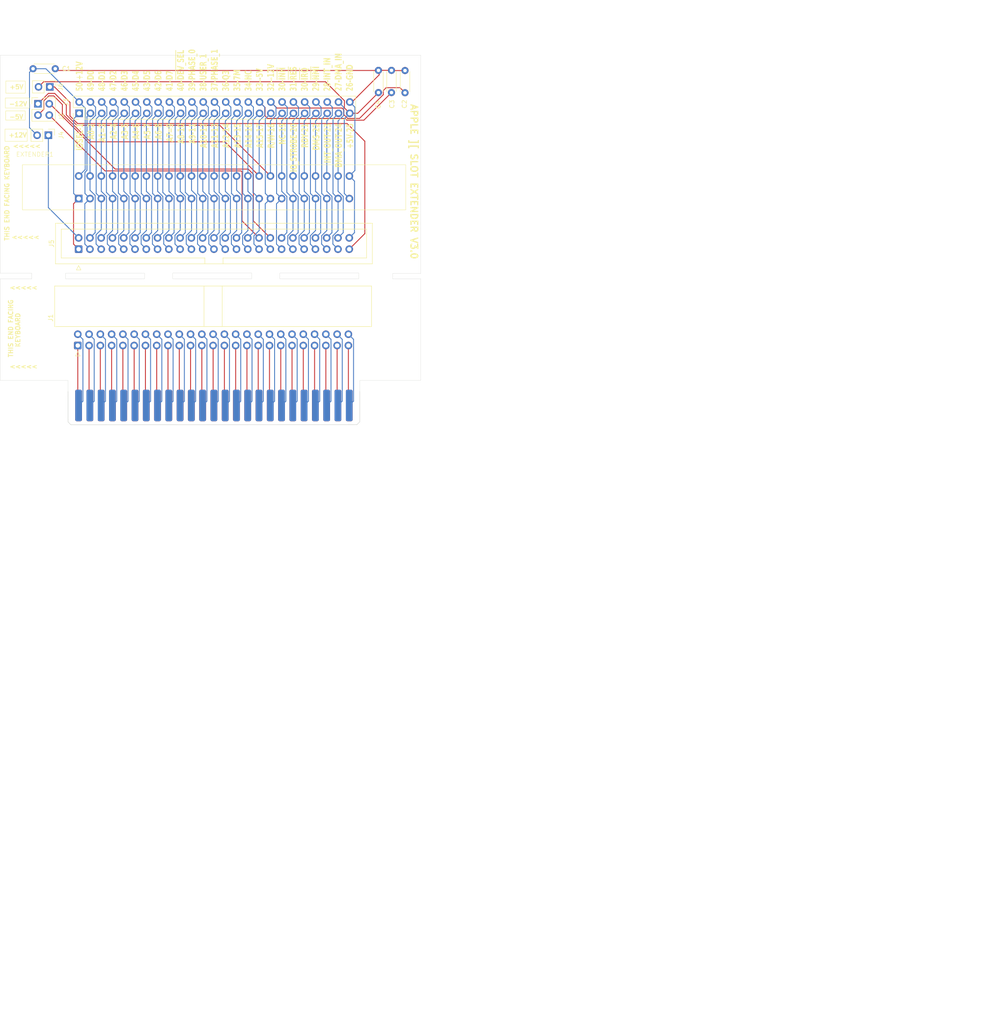
<source format=kicad_pcb>
(kicad_pcb (version 20241229) (generator "pcbnew") (generator_version "9.0")
  (layers (0 "F.Cu" signal) (2 "B.Cu" signal) (13 "F.Paste" user) (15 "B.Paste" user) (5 "F.SilkS" user "F.Silkscreen") (7 "B.SilkS" user "B.Silkscreen") (1 "F.Mask" user) (3 "B.Mask" user) (25 "Edge.Cuts" user))
  (net 0 "")
  (net 1 "~{DEVICE_SELECT}")
  (net 2 "~{RES}")
  (net 3 "A8")
  (net 4 "D5")
  (net 5 "INT_OUT")
  (net 6 "GND")
  (net 7 "~{INH}")
  (net 8 "7M")
  (net 9 "A7")
  (net 10 "A12")
  (net 11 "~{IRQ}")
  (net 12 "-5V")
  (net 13 "+5V")
  (net 14 "PHASE_0")
  (net 15 "A5")
  (net 16 "IO_STROBE")
  (net 17 "R{slash}W")
  (net 18 "Net-(J4-Pin_1)")
  (net 19 "D6")
  (net 20 "Net-(J5-Pin_49)")
  (net 21 "Net-(J2-Pin_2)")
  (net 22 "A2")
  (net 23 "E_A3")
  (net 24 "Net-(J2-Pin_4)")
  (net 25 "~{E_RES}")
  (net 26 "INT_IN")
  (net 27 "D2")
  (net 28 "NC")
  (net 29 "D1")
  (net 30 "A4")
  (net 31 "D7")
  (net 32 "D0")
  (net 33 "A9")
  (net 34 "A13")
  (net 35 "D4")
  (net 36 "-12V")
  (net 37 "A0")
  (net 38 "D3")
  (net 39 "A14")
  (net 40 "A15")
  (net 41 "A1")
  (net 42 "E_D6")
  (net 43 "~{E_DEVICE_SELECT}")
  (net 44 "E_IO_STROBE")
  (net 45 "E_PHASE_1")
  (net 46 "E_+5V")
  (net 47 "E_A10")
  (net 48 "E_A6")
  (net 49 "E_A11")
  (net 50 "E_NC1")
  (net 51 "E_DMA_IN")
  (net 52 "E_A15")
  (net 53 "E_GND")
  (net 54 "E_PHASE_0")
  (net 55 "E_A7")
  (net 56 "E_R{slash}W")
  (net 57 "E_D0")
  (net 58 "E_Q3")
  (net 59 "E_D2")
  (net 60 "E_DMA")
  (net 61 "E_7M")
  (net 62 "A6")
  (net 63 "DMA_OUT")
  (net 64 "Q3")
  (net 65 "+12V")
  (net 66 "~{NMI}")
  (net 67 "RDY")
  (net 68 "NC1")
  (net 69 "E_A0")
  (net 70 "E_A12")
  (net 71 "E_A5")
  (net 72 "~{E_IOSEL}")
  (net 73 "E_DMA_OUT")
  (net 74 "E_A9")
  (net 75 "E_A1")
  (net 76 "E_D7")
  (net 77 "E_-5V")
  (net 78 "E_RDY")
  (net 79 "E_INT_OUT")
  (net 80 "E_A13")
  (net 81 "E_D1")
  (net 82 "E_D3")
  (net 83 "E_A8")
  (net 84 "E_A4")
  (net 85 "~{E_IRQ}")
  (net 86 "E_D4")
  (net 87 "~{E_INH}")
  (net 88 "E_+12V")
  (net 89 "E_USER_1")
  (net 90 "E_NC")
  (net 91 "E_A14")
  (net 92 "~{E_NMI}")
  (net 93 "E_D5")
  (net 94 "E_-12V")
  (net 95 "E_INT_IN")
  (net 96 "E_A2")
  (net 97 "PHASE_1")
  (net 98 "DMA_IN")
  (net 99 "DMA")
  (net 100 "A11")
  (net 101 "USER_1")
  (net 102 "A10")
  (net 103 "A3")
  (net 104 "~{IOSEL}")
  (footprint "Capacitor_THT:C_Disc_D4.3mm_W1.9mm_P5.00mm" (layer "F.Cu") (at 109.801 67.0522 180)
    (property "Reference" "C1")
    (property "Value" "100nF")
  )
  (footprint "Capacitor_THT:C_Disc_D4.3mm_W1.9mm_P5.00mm" (layer "F.Cu") (at 182.606 67.4222 -90)
    (property "Reference" "C4")
    (property "Value" "100nF")
  )
  (footprint "V3_Library:BUS_6502_v1" (layer "F.Cu") (at 115.097 96.2932)
    (property "Reference" "EXTENDER1")
    (property "Value" "6502" (hide yes))
  )
  (footprint "Connector_PinHeader_2.54mm:PinHeader_1x02_P2.54mm_Vertical" (layer "F.Cu") (at 108.253 82.0372 -90)
    (property "Reference" "J4")
    (property "Value" "Conn_01x02_Pin")
  )
  (footprint "Connector_PinHeader_2.54mm:PinHeader_2x02_P2.54mm_Vertical" (layer "F.Cu") (at 105.909 74.9582)
    (property "Reference" "J2")
    (property "Value" "Conn_02x02_Odd_Even")
  )
  (footprint "Capacitor_THT:C_Disc_D4.3mm_W1.9mm_P5.00mm" (layer "F.Cu") (at 185.542 67.4222 -90)
    (property "Reference" "C3")
    (property "Value" "100nF")
  )
  (footprint "V3_Library:AppleIIBus_Edge_65.70" (layer "F.Cu") (at 145.538 142.8902)
    (property "Reference" "BUS1")
    (property "Value" "6502")
    (fp_line (start -32.85 3.7025) (end -32.8675 -3.1555) (stroke (width 0.1)) (layer "Edge.Cuts"))
    (fp_line (start -32.2325 4.3375) (end -32.85 3.7025) (stroke (width 0.1)) (layer "Edge.Cuts"))
    (fp_line (start 32.2325 4.3075) (end -32.2325 4.3375) (stroke (width 0.1)) (layer "Edge.Cuts"))
    (fp_line (start 32.2325 4.3075) (end 32.8675 3.6725) (stroke (width 0.1)) (layer "Edge.Cuts"))
    (fp_line (start 32.86 -3.179) (end 32.86 3.679) (stroke (width 0.1)) (layer "Edge.Cuts"))
  )
  (footprint "Connector_PinHeader_2.54mm:PinHeader_1x02_P2.54mm_Vertical" (layer "F.Cu") (at 108.576 71.1392 -90)
    (property "Reference" "J6")
    (property "Value" "Conn_01x02_Pin")
  )
  (footprint "Capacitor_THT:C_Disc_D4.3mm_W1.9mm_P5.00mm" (layer "F.Cu") (at 188.59 67.4622 -90)
    (property "Reference" "C2")
    (property "Value" "100nF")
  )
  (footprint "V3_Library:PinSocket_2x25_P2.54mm_Vertical" (layer "F.Cu") (at 115.187 73.7112 90)
    (property "Reference" "J3")
    (property "Value" "Conn_02x25_Odd_Even")
  )
  (footprint "Connector_IDC:IDC-Header_2x25_P2.54mm_Horizontal" (layer "F.Cu") (at 114.8792 129.3836 90)
    (property "Reference" "J1")
    (property "Value" "Conn_02x25_Odd_Even")
  )
  (footprint "Connector_IDC:IDC-Header_2x25_P2.54mm_Vertical" (layer "F.Cu") (at 115.068 107.6912 90)
    (property "Reference" "J5")
    (property "Value" "Conn_02x25_Odd_Even")
  )
  (gr_line (start 178.398 139.7112) (end 178.407412 137.2322) (stroke (width 0.05)) (layer "Edge.Cuts"))
  (gr_line (start 104.516 113.1022) (end 97.404 113.1022) (stroke (width 0.05)) (layer "Edge.Cuts"))
  (gr_line (start 104.516 114.3722) (end 104.516 113.1022) (stroke (width 0.05)) (layer "Edge.Cuts"))
  (gr_line (start 112.667003 139.7347) (end 112.659932 137.232133) (stroke (width 0.05)) (layer "Edge.Cuts"))
  (gr_line (start 185.796 114.3722) (end 192.146 114.3722) (stroke (width 0.05)) (layer "Edge.Cuts"))
  (gr_rect (start 160.396 113.0768) (end 178.176 114.3722) (stroke (width 0.05)) (fill no) (layer "Edge.Cuts"))
  (gr_line (start 178.407412 137.2322) (end 192.146 137.2322) (stroke (width 0.05)) (layer "Edge.Cuts"))
  (gr_line (start 192.148 114.3722) (end 192.146 137.2322) (stroke (width 0.05)) (layer "Edge.Cuts"))
  (gr_line (start 112.659932 137.232133) (end 97.404 137.2322) (stroke (width 0.05)) (layer "Edge.Cuts"))
  (gr_line (start 97.404 64.004) (end 192.146 64.004) (stroke (width 0.05)) (layer "Edge.Cuts"))
  (gr_rect (start 136.266 113.0768) (end 154.046 114.3722) (stroke (width 0.05)) (fill no) (layer "Edge.Cuts"))
  (gr_line (start 185.796 113.1784) (end 185.796 114.3722) (stroke (width 0.05)) (layer "Edge.Cuts"))
  (gr_line (start 97.404 137.2322) (end 97.404 114.3722) (stroke (width 0.05)) (layer "Edge.Cuts"))
  (gr_rect (start 112.136 113.1022) (end 129.916 114.3722) (stroke (width 0.05)) (fill no) (layer "Edge.Cuts"))
  (gr_line (start 192.146 64.004) (end 192.146 113.1784) (stroke (width 0.05)) (layer "Edge.Cuts"))
  (gr_line (start 97.404 113.1022) (end 97.404 64.004) (stroke (width 0.05)) (layer "Edge.Cuts"))
  (gr_line (start 97.404 114.3722) (end 104.516 114.3722) (stroke (width 0.05)) (layer "Edge.Cuts"))
  (gr_line (start 192.146 113.1784) (end 185.796 113.1784) (stroke (width 0.05)) (layer "Edge.Cuts"))
  (gr_text "APPLE ][ SLOT EXTENDER V3.0" (at 191.5 110.1062 270) (layer "F.SilkS") (effects (font (size 1.5 1.5) (thickness 0.3) (bold yes)) (justify right top)))
  (gr_text "~{IOSEL}-1\nA0-2\nA1=3\nA2-4\nA3-5\nA4-6\nA5-7\nA6-8\nA7=9\nA8-10\nA9-11\nA10-12\nA11-13\nA12-14\nA13-15\nA14-16\nA15-17\nR/W-18\nNC-19\nIO_STR0BE-20\nRDY-21\nDMS-22\nINT_OUT-23\nDMA_OUT-24\n+5V-25" (at 177.177 79.3662 90) (layer "F.SilkS") (effects (font (size 1.51 1) (thickness 0.125) (bold yes)) (justify right bottom)))
  (gr_text "<<<<<" (at 99.881 105.5552 0) (layer "F.SilkS") (effects (font (size 1 1) (thickness 0.2) (bold yes)) (justify left bottom)))
  (gr_text "THIS END FACING KEYBOARD" (at 99.52 105.9092 90) (layer "F.SilkS") (effects (font (size 1 1) (thickness 0.2) (bold yes)) (justify left bottom)))
  (gr_text "THIS END FACING\n   KEYBOARD" (at 101.976 132.1522 90) (layer "F.SilkS") (effects (font (size 1 1) (thickness 0.2) (bold yes)) (justify left bottom)))
  (gr_text "<<<<<" (at 99.436 116.9122 0) (layer "F.SilkS") (effects (font (size 1 1) (thickness 0.2) (bold yes)) (justify left bottom)))
  (gr_text "<<<<<" (at 99.436 134.6922 0) (layer "F.SilkS") (effects (font (size 1 1) (thickness 0.2) (bold yes)) (justify left bottom)))
  (gr_text "50-+12V\n49-D0\n48-D1\n47-D2\n46-D3\n45-D4\n43-D5\n42-D6\n41-D7\n40-~{DEV_SEL}\n39-PHASE_0\n38-USER_1\n37-PHASE_1\n36-Q3\n35-7M\n34-NC\n33--5V\n32--12V\n30-~{INH}\n31-~{RES}\n30-~{IRQ}\n29-~{NMI}\n28-INT_IN\n27-DMA_IN\n26-GND" (at 177.098 72.1162 90) (layer "F.SilkS") (effects (font (size 1.51 1) (thickness 0.175) (bold yes)) (justify left bottom)))
  (gr_text "<<<<<" (at 100.162 85.0412 0) (layer "F.SilkS") (effects (font (size 1 1) (thickness 0.2) (bold yes)) (justify left bottom)))
  (gr_text_box "+12V" (start 98.4731 80.6656) (end 103.4769 83.4088) (margins 0.8 0.8 0.8 0.8) (layer "F.SilkS") (effects (font (size 1 1) (thickness 0.2) (bold yes)) (justify left top)) (border yes) (stroke (width 0.1)))
  (gr_text_box "+5V" (start 98.6715 69.8289) (end 103.0403 72.5721) (margins 0.8 0.8 0.8 0.8) (layer "F.SilkS") (effects (font (size 1 1) (thickness 0.2) (bold yes)) (justify left top)) (border yes) (stroke (width 0.1)))
  (gr_text_box "-5V" (start 98.6359 76.5556) (end 103.0301 78.6208) (margins 0.8 0.8 0.8 0.8) (layer "F.SilkS") (effects (font (size 1 1) (thickness 0.2) (bold yes)) (justify left top)) (border yes) (stroke (width 0.1)))
  (gr_text_box "-12V" (start 98.5576 73.6431) (end 103.9424 75.9093) (margins 0.8 0.8 0.8 0.8) (layer "F.SilkS") (effects (font (size 1 1) (thickness 0.2) (bold yes)) (justify left top)) (border yes) (stroke (width 0.1)))
  (segment (start 138.8902 141.918) (end 137.918 142.8902) (width 0.2) (layer "B.Cu") (net 1))
  (segment (start 137.7392 126.8436) (end 138.8902 127.9946) (width 0.2) (layer "B.Cu") (net 1))
  (segment (start 138.8902 127.9946) (end 138.8902 141.918) (width 0.2) (layer "B.Cu") (net 1))
  (segment (start 164.2902 127.9946) (end 164.2902 141.918) (width 0.2) (layer "B.Cu") (net 2))
  (segment (start 163.1392 126.8436) (end 164.2902 127.9946) (width 0.2) (layer "B.Cu") (net 2))
  (segment (start 164.2902 141.918) (end 163.318 142.8902) (width 0.2) (layer "B.Cu") (net 2))
  (segment (start 137.7392 142.7114) (end 137.918 142.8902) (width 0.2) (layer "F.Cu") (net 3))
  (segment (start 137.7392 129.3836) (end 137.7392 142.7114) (width 0.2) (layer "F.Cu") (net 3))
  (segment (start 130.1192 126.8436) (end 131.2702 127.9946) (width 0.2) (layer "B.Cu") (net 4))
  (segment (start 131.2702 127.9946) (end 131.2702 141.918) (width 0.2) (layer "B.Cu") (net 4))
  (segment (start 131.2702 141.918) (end 130.298 142.8902) (width 0.2) (layer "B.Cu") (net 4))
  (segment (start 170.7592 129.3836) (end 170.7592 142.7114) (width 0.2) (layer "F.Cu") (net 5))
  (segment (start 170.7592 142.7114) (end 170.938 142.8902) (width 0.2) (layer "F.Cu") (net 5))
  (segment (start 175.8392 126.8436) (end 176.9902 127.9946) (width 0.2) (layer "B.Cu") (net 6))
  (segment (start 176.9902 127.9946) (end 176.9902 141.918) (width 0.2) (layer "B.Cu") (net 6))
  (segment (start 176.9902 141.918) (end 176.018 142.8902) (width 0.2) (layer "B.Cu") (net 6))
  (segment (start 161.7502 127.9946) (end 161.7502 141.918) (width 0.2) (layer "B.Cu") (net 7))
  (segment (start 160.5992 126.8436) (end 161.7502 127.9946) (width 0.2) (layer "B.Cu") (net 7))
  (segment (start 161.7502 141.918) (end 160.778 142.8902) (width 0.2) (layer "B.Cu") (net 7))
  (segment (start 150.4392 126.8436) (end 151.5902 127.9946) (width 0.2) (layer "B.Cu") (net 8))
  (segment (start 151.5902 141.918) (end 150.618 142.8902) (width 0.2) (layer "B.Cu") (net 8))
  (segment (start 151.5902 127.9946) (end 151.5902 141.918) (width 0.2) (layer "B.Cu") (net 8))
  (segment (start 135.1992 142.7114) (end 135.378 142.8902) (width 0.2) (layer "F.Cu") (net 9))
  (segment (start 135.1992 129.3836) (end 135.1992 142.7114) (width 0.2) (layer "F.Cu") (net 9))
  (segment (start 147.8992 142.7114) (end 148.078 142.8902) (width 0.2) (layer "F.Cu") (net 10))
  (segment (start 147.8992 129.3836) (end 147.8992 142.7114) (width 0.2) (layer "F.Cu") (net 10))
  (segment (start 166.8302 127.9946) (end 166.8302 141.918) (width 0.2) (layer "B.Cu") (net 11))
  (segment (start 166.8302 141.918) (end 165.858 142.8902) (width 0.2) (layer "B.Cu") (net 11))
  (segment (start 165.6792 126.8436) (end 166.8302 127.9946) (width 0.2) (layer "B.Cu") (net 11))
  (segment (start 156.6702 127.9946) (end 156.6702 141.918) (width 0.2) (layer "B.Cu") (net 12))
  (segment (start 156.6702 141.918) (end 155.698 142.8902) (width 0.2) (layer "B.Cu") (net 12))
  (segment (start 155.5192 126.8436) (end 156.6702 127.9946) (width 0.2) (layer "B.Cu") (net 12))
  (segment (start 175.8392 142.7114) (end 176.018 142.8902) (width 0.2) (layer "F.Cu") (net 13))
  (segment (start 175.8392 129.3836) (end 175.8392 142.7114) (width 0.2) (layer "F.Cu") (net 13))
  (segment (start 141.4302 127.9946) (end 141.4302 141.918) (width 0.2) (layer "B.Cu") (net 14))
  (segment (start 140.2792 126.8436) (end 141.4302 127.9946) (width 0.2) (layer "B.Cu") (net 14))
  (segment (start 141.4302 141.918) (end 140.458 142.8902) (width 0.2) (layer "B.Cu") (net 14))
  (segment (start 130.1192 129.3836) (end 130.1192 142.7114) (width 0.2) (layer "F.Cu") (net 15))
  (segment (start 130.1192 142.7114) (end 130.298 142.8902) (width 0.2) (layer "F.Cu") (net 15))
  (segment (start 163.1392 129.3836) (end 163.1392 142.7114) (width 0.2) (layer "F.Cu") (net 16))
  (segment (start 163.1392 142.7114) (end 163.318 142.8902) (width 0.2) (layer "F.Cu") (net 16))
  (segment (start 158.0592 129.3836) (end 158.0592 142.7114) (width 0.2) (layer "F.Cu") (net 17))
  (segment (start 158.0592 142.7114) (end 158.238 142.8902) (width 0.2) (layer "F.Cu") (net 17))
  (segment (start 108.253 98.3362) (end 115.068 105.1512) (width 0.2) (layer "B.Cu") (net 18))
  (segment (start 108.253 82.0372) (end 108.253 98.3362) (width 0.2) (layer "B.Cu") (net 18))
  (segment (start 133.8102 141.918) (end 132.838 142.8902) (width 0.2) (layer "B.Cu") (net 19))
  (segment (start 133.8102 127.9946) (end 133.8102 141.918) (width 0.2) (layer "B.Cu") (net 19))
  (segment (start 132.6592 126.8436) (end 133.8102 127.9946) (width 0.2) (layer "B.Cu") (net 19))
  (segment (start 113.12 74.6332) (end 113.12 77.6932) (width 0.2) (layer "F.Cu") (net 20))
  (segment (start 109.626 71.1392) (end 113.12 74.6332) (width 0.2) (layer "F.Cu") (net 20))
  (segment (start 175.543 79.3972) (end 179.532 83.3862) (width 0.2) (layer "F.Cu") (net 20))
  (segment (start 179.532 104.1872) (end 176.028 107.6912) (width 0.2) (layer "F.Cu") (net 20))
  (segment (start 113.12 77.6932) (end 114.824 79.3972) (width 0.2) (layer "F.Cu") (net 20))
  (segment (start 114.824 79.3972) (end 175.543 79.3972) (width 0.2) (layer "F.Cu") (net 20))
  (segment (start 179.532 83.3862) (end 179.532 104.1872) (width 0.2) (layer "F.Cu") (net 20))
  (segment (start 108.576 71.1392) (end 109.626 71.1392) (width 0.2) (layer "F.Cu") (net 20))
  (segment (start 153.27376 89.6622) (end 154.422 90.81044) (width 0.2) (layer "F.Cu") (net 21))
  (segment (start 123.303 89.6622) (end 153.27376 89.6622) (width 0.2) (layer "F.Cu") (net 21))
  (segment (start 108.449 74.9582) (end 108.599 74.9582) (width 0.2) (layer "F.Cu") (net 21))
  (segment (start 108.599 74.9582) (end 123.303 89.6622) (width 0.2) (layer "F.Cu") (net 21))
  (segment (start 154.422 101.3252) (end 158.248 105.1512) (width 0.2) (layer "F.Cu") (net 21))
  (segment (start 154.422 90.81044) (end 154.422 101.3252) (width 0.2) (layer "F.Cu") (net 21))
  (segment (start 122.4992 129.3836) (end 122.4992 142.7114) (width 0.2) (layer "F.Cu") (net 22))
  (segment (start 122.4992 142.7114) (end 122.678 142.8902) (width 0.2) (layer "F.Cu") (net 22))
  (segment (start 125.347 77.0912) (end 124.015 78.4232) (width 0.2) (layer "B.Cu") (net 23))
  (segment (start 124.077 104.67444) (end 124.077 106.5402) (width 0.2) (layer "B.Cu") (net 23))
  (segment (start 124.015 78.4232) (end 124.015 95.0512) (width 0.2) (layer "B.Cu") (net 23))
  (segment (start 124.077 106.5402) (end 125.228 107.6912) (width 0.2) (layer "B.Cu") (net 23))
  (segment (start 125.257 103.49444) (end 124.077 104.67444) (width 0.2) (layer "B.Cu") (net 23))
  (segment (start 125.257 96.2932) (end 125.257 103.49444) (width 0.2) (layer "B.Cu") (net 23))
  (segment (start 124.015 95.0512) (end 125.257 96.2932) (width 0.2) (layer "B.Cu") (net 23))
  (segment (start 151.883 101.3262) (end 155.708 105.1512) (width 0.2) (layer "F.Cu") (net 24))
  (segment (start 151.883 90.2632) (end 151.883 101.3262) (width 0.2) (layer "F.Cu") (net 24))
  (segment (start 151.682 90.0622) (end 151.883 90.2632) (width 0.2) (layer "F.Cu") (net 24))
  (segment (start 121.013 90.0622) (end 151.682 90.0622) (width 0.2) (layer "F.Cu") (net 24))
  (segment (start 108.449 77.4982) (end 121.013 90.0622) (width 0.2) (layer "F.Cu") (net 24))
  (segment (start 163.357 78.80896) (end 164.598 77.56796) (width 0.2) (layer "B.Cu") (net 25))
  (segment (start 163.357 91.2132) (end 163.357 94.66544) (width 0.2) (layer "B.Cu") (net 25))
  (segment (start 163.357 94.66544) (end 164.508 95.81644) (width 0.2) (layer "B.Cu") (net 25))
  (segment (start 164.508 95.81644) (end 164.508 103.9712) (width 0.2) (layer "B.Cu") (net 25))
  (segment (start 164.508 103.9712) (end 163.328 105.1512) (width 0.2) (layer "B.Cu") (net 25))
  (segment (start 164.598 75.7022) (end 163.447 74.5512) (width 0.2) (layer "B.Cu") (net 25))
  (segment (start 164.598 77.56796) (end 164.598 75.7022) (width 0.2) (layer "B.Cu") (net 25))
  (segment (start 163.357 91.2132) (end 163.357 78.80896) (width 0.2) (layer "B.Cu") (net 25))
  (segment (start 171.9102 127.9946) (end 171.9102 141.918) (width 0.2) (layer "B.Cu") (net 26))
  (segment (start 170.7592 126.8436) (end 171.9102 127.9946) (width 0.2) (layer "B.Cu") (net 26))
  (segment (start 171.9102 141.918) (end 170.938 142.8902) (width 0.2) (layer "B.Cu") (net 26))
  (segment (start 123.6502 141.918) (end 122.678 142.8902) (width 0.2) (layer "B.Cu") (net 27))
  (segment (start 123.6502 127.9946) (end 123.6502 141.918) (width 0.2) (layer "B.Cu") (net 27))
  (segment (start 122.4992 126.8436) (end 123.6502 127.9946) (width 0.2) (layer "B.Cu") (net 27))
  (segment (start 160.5992 142.7114) (end 160.778 142.8902) (width 0.2) (layer "F.Cu") (net 28))
  (segment (start 160.5992 129.3836) (end 160.5992 142.7114) (width 0.2) (layer "F.Cu") (net 28))
  (segment (start 119.9592 126.8436) (end 121.1102 127.9946) (width 0.2) (layer "B.Cu") (net 29))
  (segment (start 121.1102 141.918) (end 120.138 142.8902) (width 0.2) (layer "B.Cu") (net 29))
  (segment (start 121.1102 127.9946) (end 121.1102 141.918) (width 0.2) (layer "B.Cu") (net 29))
  (segment (start 127.5792 129.3836) (end 127.5792 142.7114) (width 0.2) (layer "F.Cu") (net 30))
  (segment (start 127.5792 142.7114) (end 127.758 142.8902) (width 0.2) (layer "F.Cu") (net 30))
  (segment (start 136.3502 141.918) (end 135.378 142.8902) (width 0.2) (layer "B.Cu") (net 31))
  (segment (start 135.1992 126.8436) (end 136.3502 127.9946) (width 0.2) (layer "B.Cu") (net 31))
  (segment (start 136.3502 127.9946) (end 136.3502 141.918) (width 0.2) (layer "B.Cu") (net 31))
  (segment (start 117.4192 126.8436) (end 118.5702 127.9946) (width 0.2) (layer "B.Cu") (net 32))
  (segment (start 118.5702 141.918) (end 117.598 142.8902) (width 0.2) (layer "B.Cu") (net 32))
  (segment (start 118.5702 127.9946) (end 118.5702 141.918) (width 0.2) (layer "B.Cu") (net 32))
  (segment (start 140.2792 129.3836) (end 140.2792 142.7114) (width 0.2) (layer "F.Cu") (net 33))
  (segment (start 140.2792 142.7114) (end 140.458 142.8902) (width 0.2) (layer "F.Cu") (net 33))
  (segment (start 150.4392 142.7114) (end 150.618 142.8902) (width 0.2) (layer "F.Cu") (net 34))
  (segment (start 150.4392 129.3836) (end 150.4392 142.7114) (width 0.2) (layer "F.Cu") (net 34))
  (segment (start 128.7302 141.918) (end 127.758 142.8902) (width 0.2) (layer "B.Cu") (net 35))
  (segment (start 127.5792 126.8436) (end 128.7302 127.9946) (width 0.2) (layer "B.Cu") (net 35))
  (segment (start 128.7302 127.9946) (end 128.7302 141.918) (width 0.2) (layer "B.Cu") (net 35))
  (segment (start 158.0592 126.8436) (end 159.2102 127.9946) (width 0.2) (layer "B.Cu") (net 36))
  (segment (start 159.2102 127.9946) (end 159.2102 141.918) (width 0.2) (layer "B.Cu") (net 36))
  (segment (start 159.2102 141.918) (end 158.238 142.8902) (width 0.2) (layer "B.Cu") (net 36))
  (segment (start 117.4192 142.7114) (end 117.598 142.8902) (width 0.2) (layer "F.Cu") (net 37))
  (segment (start 117.4192 129.3836) (end 117.4192 142.7114) (width 0.2) (layer "F.Cu") (net 37))
  (segment (start 126.1902 127.9946) (end 126.1902 141.918) (width 0.2) (layer "B.Cu") (net 38))
  (segment (start 126.1902 141.918) (end 125.218 142.8902) (width 0.2) (layer "B.Cu") (net 38))
  (segment (start 125.0392 126.8436) (end 126.1902 127.9946) (width 0.2) (layer "B.Cu") (net 38))
  (segment (start 152.9792 142.7114) (end 153.158 142.8902) (width 0.2) (layer "F.Cu") (net 39))
  (segment (start 152.9792 129.3836) (end 152.9792 142.7114) (width 0.2) (layer "F.Cu") (net 39))
  (segment (start 155.5192 129.3836) (end 155.5192 142.7114) (width 0.2) (layer "F.Cu") (net 40))
  (segment (start 155.5192 142.7114) (end 155.698 142.8902) (width 0.2) (layer "F.Cu") (net 40))
  (segment (start 119.9592 129.3836) (end 119.9592 142.7114) (width 0.2) (layer "F.Cu") (net 41))
  (segment (start 119.9592 142.7114) (end 120.138 142.8902) (width 0.2) (layer "F.Cu") (net 41))
  (segment (start 134.028 103.9712) (end 132.848 105.1512) (width 0.2) (layer "B.Cu") (net 42))
  (segment (start 134.118 75.7022) (end 132.967 74.5512) (width 0.2) (layer "B.Cu") (net 42))
  (segment (start 132.877 91.2132) (end 132.877 94.66544) (width 0.2) (layer "B.Cu") (net 42))
  (segment (start 134.118 77.56796) (end 134.118 75.7022) (width 0.2) (layer "B.Cu") (net 42))
  (segment (start 132.877 78.80896) (end 134.118 77.56796) (width 0.2) (layer "B.Cu") (net 42))
  (segment (start 134.028 95.81644) (end 134.028 103.9712) (width 0.2) (layer "B.Cu") (net 42))
  (segment (start 132.877 94.66544) (end 134.028 95.81644) (width 0.2) (layer "B.Cu") (net 42))
  (segment (start 132.877 91.2132) (end 132.877 78.80896) (width 0.2) (layer "B.Cu") (net 42))
  (segment (start 139.108 103.9712) (end 137.928 105.1512) (width 0.2) (layer "B.Cu") (net 43))
  (segment (start 139.198 75.7022) (end 138.047 74.5512) (width 0.2) (layer "B.Cu") (net 43))
  (segment (start 137.957 78.80896) (end 139.198 77.56796) (width 0.2) (layer "B.Cu") (net 43))
  (segment (start 137.957 91.2132) (end 137.957 78.80896) (width 0.2) (layer "B.Cu") (net 43))
  (segment (start 139.198 77.56796) (end 139.198 75.7022) (width 0.2) (layer "B.Cu") (net 43))
  (segment (start 137.957 94.66544) (end 139.108 95.81644) (width 0.2) (layer "B.Cu") (net 43))
  (segment (start 139.108 95.81644) (end 139.108 103.9712) (width 0.2) (layer "B.Cu") (net 43))
  (segment (start 137.957 91.2132) (end 137.957 94.66544) (width 0.2) (layer "B.Cu") (net 43))
  (segment (start 163.357 103.49444) (end 162.177 104.67444) (width 0.2) (layer "B.Cu") (net 44))
  (segment (start 161.968 94.9042) (end 163.357 96.2932) (width 0.2) (layer "B.Cu") (net 44))
  (segment (start 162.177 104.67444) (end 162.177 106.5402) (width 0.2) (layer "B.Cu") (net 44))
  (segment (start 163.357 96.2932) (end 163.357 103.49444) (width 0.2) (layer "B.Cu") (net 44))
  (segment (start 161.968 78.5702) (end 161.968 94.9042) (width 0.2) (layer "B.Cu") (net 44))
  (segment (start 162.177 106.5402) (end 163.328 107.6912) (width 0.2) (layer "B.Cu") (net 44))
  (segment (start 163.447 77.0912) (end 161.968 78.5702) (width 0.2) (layer "B.Cu") (net 44))
  (segment (start 145.577 94.66544) (end 146.728 95.81644) (width 0.2) (layer "B.Cu") (net 45))
  (segment (start 145.577 91.2132) (end 145.577 94.66544) (width 0.2) (layer "B.Cu") (net 45))
  (segment (start 146.728 103.9712) (end 145.548 105.1512) (width 0.2) (layer "B.Cu") (net 45))
  (segment (start 145.577 91.2132) (end 145.577 78.80896) (width 0.2) (layer "B.Cu") (net 45))
  (segment (start 146.818 75.7022) (end 145.667 74.5512) (width 0.2) (layer "B.Cu") (net 45))
  (segment (start 146.818 77.56796) (end 146.818 75.7022) (width 0.2) (layer "B.Cu") (net 45))
  (segment (start 145.577 78.80896) (end 146.818 77.56796) (width 0.2) (layer "B.Cu") (net 45))
  (segment (start 146.728 95.81644) (end 146.728 103.9712) (width 0.2) (layer "B.Cu") (net 45))
  (segment (start 174.942 75.8862) (end 176.147 77.0912) (width 0.2) (layer "F.Cu") (net 46))
  (segment (start 170.67176 69.9882) (end 174.942 74.25844) (width 0.2) (layer "F.Cu") (net 46))
  (segment (start 177.937 77.0912) (end 176.147 77.0912) (width 0.2) (layer "F.Cu") (net 46))
  (segment (start 182.606 72.4222) (end 177.937 77.0912) (width 0.2) (layer "F.Cu") (net 46))
  (segment (start 107.187 69.9882) (end 170.67176 69.9882) (width 0.2) (layer "F.Cu") (net 46))
  (segment (start 106.036 71.1392) (end 107.187 69.9882) (width 0.2) (layer "F.Cu") (net 46))
  (segment (start 174.942 74.25844) (end 174.942 75.8862) (width 0.2) (layer "F.Cu") (net 46))
  (segment (start 176.147 77.0912) (end 174.906 78.3322) (width 0.2) (layer "B.Cu") (net 46))
  (segment (start 174.906 95.1422) (end 176.057 96.2932) (width 0.2) (layer "B.Cu") (net 46))
  (segment (start 174.906 78.3322) (end 174.906 95.1422) (width 0.2) (layer "B.Cu") (net 46))
  (segment (start 141.886 78.3322) (end 141.886 95.1422) (width 0.2) (layer "B.Cu") (net 47))
  (segment (start 141.886 95.1422) (end 143.037 96.2932) (width 0.2) (layer "B.Cu") (net 47))
  (segment (start 141.857 106.5402) (end 143.008 107.6912) (width 0.2) (layer "B.Cu") (net 47))
  (segment (start 141.857 104.67444) (end 141.857 106.5402) (width 0.2) (layer "B.Cu") (net 47))
  (segment (start 143.037 103.49444) (end 141.857 104.67444) (width 0.2) (layer "B.Cu") (net 47))
  (segment (start 143.127 77.0912) (end 141.886 78.3322) (width 0.2) (layer "B.Cu") (net 47))
  (segment (start 143.037 96.2932) (end 143.037 103.49444) (width 0.2) (layer "B.Cu") (net 47))
  (segment (start 131.726 78.3322) (end 131.726 95.1422) (width 0.2) (layer "B.Cu") (net 48))
  (segment (start 132.967 77.0912) (end 131.726 78.3322) (width 0.2) (layer "B.Cu") (net 48))
  (segment (start 131.697 104.67444) (end 131.697 106.5402) (width 0.2) (layer "B.Cu") (net 48))
  (segment (start 131.726 95.1422) (end 132.877 96.2932) (width 0.2) (layer "B.Cu") (net 48))
  (segment (start 131.697 106.5402) (end 132.848 107.6912) (width 0.2) (layer "B.Cu") (net 48))
  (segment (start 132.877 103.49444) (end 131.697 104.67444) (width 0.2) (layer "B.Cu") (net 48))
  (segment (start 132.877 96.2932) (end 132.877 103.49444) (width 0.2) (layer "B.Cu") (net 48))
  (segment (start 144.397 104.67444) (end 144.397 106.5402) (width 0.2) (layer "B.Cu") (net 49))
  (segment (start 144.426 78.3322) (end 144.426 95.1422) (width 0.2) (layer "B.Cu") (net 49))
  (segment (start 145.577 103.49444) (end 144.397 104.67444) (width 0.2) (layer "B.Cu") (net 49))
  (segment (start 145.577 96.2932) (end 145.577 103.49444) (width 0.2) (layer "B.Cu") (net 49))
  (segment (start 144.397 106.5402) (end 145.548 107.6912) (width 0.2) (layer "B.Cu") (net 49))
  (segment (start 145.667 77.0912) (end 144.426 78.3322) (width 0.2) (layer "B.Cu") (net 49))
  (segment (start 144.426 95.1422) (end 145.577 96.2932) (width 0.2) (layer "B.Cu") (net 49))
  (segment (start 153.197 78.80896) (end 154.438 77.56796) (width 0.2) (layer "B.Cu") (net 50))
  (segment (start 154.438 77.56796) (end 154.438 75.7022) (width 0.2) (layer "B.Cu") (net 50))
  (segment (start 154.348 95.81644) (end 154.348 103.9712) (width 0.2) (layer "B.Cu") (net 50))
  (segment (start 153.197 94.66544) (end 154.348 95.81644) (width 0.2) (layer "B.Cu") (net 50))
  (segment (start 154.438 75.7022) (end 153.287 74.5512) (width 0.2) (layer "B.Cu") (net 50))
  (segment (start 154.348 103.9712) (end 153.168 105.1512) (width 0.2) (layer "B.Cu") (net 50))
  (segment (start 153.197 91.2132) (end 153.197 94.66544) (width 0.2) (layer "B.Cu") (net 50))
  (segment (start 153.197 91.2132) (end 153.197 78.80896) (width 0.2) (layer "B.Cu") (net 50))
  (segment (start 174.668 103.9712) (end 173.488 105.1512) (width 0.2) (layer "B.Cu") (net 51))
  (segment (start 174.668 95.81644) (end 174.668 103.9712) (width 0.2) (layer "B.Cu") (net 51))
  (segment (start 174.758 77.56796) (end 174.758 75.7022) (width 0.2) (layer "B.Cu") (net 51))
  (segment (start 173.517 78.80896) (end 174.758 77.56796) (width 0.2) (layer "B.Cu") (net 51))
  (segment (start 173.517 91.2132) (end 173.517 78.80896) (width 0.2) (layer "B.Cu") (net 51))
  (segment (start 173.517 91.2132) (end 173.517 94.66544) (width 0.2) (layer "B.Cu") (net 51))
  (segment (start 174.758 75.7022) (end 173.607 74.5512) (width 0.2) (layer "B.Cu") (net 51))
  (segment (start 173.517 94.66544) (end 174.668 95.81644) (width 0.2) (layer "B.Cu") (net 51))
  (segment (start 154.557 106.5402) (end 155.708 107.6912) (width 0.2) (layer "B.Cu") (net 52))
  (segment (start 154.557 104.67444) (end 154.557 106.5402) (width 0.2) (layer "B.Cu") (net 52))
  (segment (start 154.348 94.9042) (end 155.737 96.2932) (width 0.2) (layer "B.Cu") (net 52))
  (segment (start 155.737 96.2932) (end 155.737 103.49444) (width 0.2) (layer "B.Cu") (net 52))
  (segment (start 155.827 77.0912) (end 154.348 78.5702) (width 0.2) (layer "B.Cu") (net 52))
  (segment (start 154.348 78.5702) (end 154.348 94.9042) (width 0.2) (layer "B.Cu") (net 52))
  (segment (start 155.737 103.49444) (end 154.557 104.67444) (width 0.2) (layer "B.Cu") (net 52))
  (segment (start 109.801 67.0522) (end 110.196 67.4472) (width 0.2) (layer "F.Cu") (net 53))
  (segment (start 110.196 67.4472) (end 182.772 67.4472) (width 0.2) (layer "F.Cu") (net 53))
  (segment (start 182.772 68.4362) (end 176.657 74.5512) (width 0.2) (layer "F.Cu") (net 53))
  (segment (start 182.772 67.4472) (end 182.772 68.4362) (width 0.2) (layer "F.Cu") (net 53))
  (segment (start 185.582 67.4622) (end 185.542 67.4222) (width 0.2) (layer "F.Cu") (net 53))
  (segment (start 188.59 67.4622) (end 185.582 67.4622) (width 0.2) (layer "F.Cu") (net 53))
  (segment (start 185.542 67.4222) (end 182.606 67.4222) (width 0.2) (layer "F.Cu") (net 53))
  (segment (start 176.657 74.5512) (end 176.147 74.5512) (width 0.2) (layer "F.Cu") (net 53))
  (segment (start 177.208 92.3642) (end 177.208 103.9712) (width 0.2) (layer "B.Cu") (net 53))
  (segment (start 176.057 91.2132) (end 177.298 89.9722) (width 0.2) (layer "B.Cu") (net 53))
  (segment (start 177.298 75.7022) (end 176.147 74.5512) (width 0.2) (layer "B.Cu") (net 53))
  (segment (start 177.298 89.9722) (end 177.298 75.7022) (width 0.2) (layer "B.Cu") (net 53))
  (segment (start 177.208 103.9712) (end 176.028 105.1512) (width 0.2) (layer "B.Cu") (net 53))
  (segment (start 176.057 91.2132) (end 177.208 92.3642) (width 0.2) (layer "B.Cu") (net 53))
  (segment (start 141.648 103.9712) (end 140.468 105.1512) (width 0.2) (layer "B.Cu") (net 54))
  (segment (start 141.738 75.7022) (end 140.587 74.5512) (width 0.2) (layer "B.Cu") (net 54))
  (segment (start 141.648 95.57844) (end 141.648 103.9712) (width 0.2) (layer "B.Cu") (net 54))
  (segment (start 140.497 91.2132) (end 140.497 78.80896) (width 0.2) (layer "B.Cu") (net 54))
  (segment (start 140.497 94.42744) (end 141.648 95.57844) (width 0.2) (layer "B.Cu") (net 54))
  (segment (start 141.738 77.56796) (end 141.738 75.7022) (width 0.2) (layer "B.Cu") (net 54))
  (segment (start 140.497 78.80896) (end 141.738 77.56796) (width 0.2) (layer "B.Cu") (net 54))
  (segment (start 140.497 91.2132) (end 140.497 94.42744) (width 0.2) (layer "B.Cu") (net 54))
  (segment (start 135.417 96.2932) (end 135.417 103.49444) (width 0.2) (layer "B.Cu") (net 55))
  (segment (start 134.237 104.67444) (end 134.237 106.5402) (width 0.2) (layer "B.Cu") (net 55))
  (segment (start 134.028 94.9042) (end 135.417 96.2932) (width 0.2) (layer "B.Cu") (net 55))
  (segment (start 134.028 78.5702) (end 134.028 94.9042) (width 0.2) (layer "B.Cu") (net 55))
  (segment (start 135.507 77.0912) (end 134.028 78.5702) (width 0.2) (layer "B.Cu") (net 55))
  (segment (start 134.237 106.5402) (end 135.388 107.6912) (width 0.2) (layer "B.Cu") (net 55))
  (segment (start 135.417 103.49444) (end 134.237 104.67444) (width 0.2) (layer "B.Cu") (net 55))
  (segment (start 158.367 77.0912) (end 157.126 78.3322) (width 0.2) (layer "B.Cu") (net 56))
  (segment (start 158.248 107.6912) (end 157.097 106.5402) (width 0.2) (layer "B.Cu") (net 56))
  (segment (start 157.097 106.5402) (end 157.097 97.4732) (width 0.2) (layer "B.Cu") (net 56))
  (segment (start 157.126 78.3322) (end 157.126 95.1422) (width 0.2) (layer "B.Cu") (net 56))
  (segment (start 157.126 95.1422) (end 158.277 96.2932) (width 0.2) (layer "B.Cu") (net 56))
  (segment (start 157.097 97.4732) (end 158.277 96.2932) (width 0.2) (layer "B.Cu") (net 56))
  (segment (start 117.637 94.42744) (end 118.788 95.57844) (width 0.2) (layer "B.Cu") (net 57))
  (segment (start 117.637 78.80896) (end 118.878 77.56796) (width 0.2) (layer "B.Cu") (net 57))
  (segment (start 118.878 75.7022) (end 117.727 74.5512) (width 0.2) (layer "B.Cu") (net 57))
  (segment (start 117.637 91.2132) (end 117.637 94.42744) (width 0.2) (layer "B.Cu") (net 57))
  (segment (start 118.788 103.9712) (end 117.608 105.1512) (width 0.2) (layer "B.Cu") (net 57))
  (segment (start 118.878 77.56796) (end 118.878 75.7022) (width 0.2) (layer "B.Cu") (net 57))
  (segment (start 118.788 95.57844) (end 118.788 103.9712) (width 0.2) (layer "B.Cu") (net 57))
  (segment (start 117.637 91.2132) (end 117.637 78.80896) (width 0.2) (layer "B.Cu") (net 57))
  (segment (start 149.358 75.7022) (end 148.207 74.5512) (width 0.2) (layer "B.Cu") (net 58))
  (segment (start 148.117 91.2132) (end 148.117 94.66544) (width 0.2) (layer "B.Cu") (net 58))
  (segment (start 148.117 78.80896) (end 149.358 77.56796) (width 0.2) (layer "B.Cu") (net 58))
  (segment (start 149.268 103.9712) (end 148.088 105.1512) (width 0.2) (layer "B.Cu") (net 58))
  (segment (start 149.268 95.81644) (end 149.268 103.9712) (width 0.2) (layer "B.Cu") (net 58))
  (segment (start 148.117 94.66544) (end 149.268 95.81644) (width 0.2) (layer "B.Cu") (net 58))
  (segment (start 148.117 91.2132) (end 148.117 78.80896) (width 0.2) (layer "B.Cu") (net 58))
  (segment (start 149.358 77.56796) (end 149.358 75.7022) (width 0.2) (layer "B.Cu") (net 58))
  (segment (start 123.868 103.9712) (end 122.688 105.1512) (width 0.2) (layer "B.Cu") (net 59))
  (segment (start 122.717 91.2132) (end 122.717 94.66544) (width 0.2) (layer "B.Cu") (net 59))
  (segment (start 123.868 95.81644) (end 123.868 103.9712) (width 0.2) (layer "B.Cu") (net 59))
  (segment (start 122.717 94.66544) (end 123.868 95.81644) (width 0.2) (layer "B.Cu") (net 59))
  (segment (start 123.958 75.7022) (end 122.807 74.5512) (width 0.2) (layer "B.Cu") (net 59))
  (segment (start 122.717 78.80896) (end 123.958 77.56796) (width 0.2) (layer "B.Cu") (net 59))
  (segment (start 122.717 91.2132) (end 122.717 78.80896) (width 0.2) (layer "B.Cu") (net 59))
  (segment (start 123.958 77.56796) (end 123.958 75.7022) (width 0.2) (layer "B.Cu") (net 59))
  (segment (start 167.286 95.1422) (end 168.437 96.2932) (width 0.2) (layer "B.Cu") (net 60))
  (segment (start 168.437 103.49444) (end 167.257 104.67444) (width 0.2) (layer "B.Cu") (net 60))
  (segment (start 167.257 106.5402) (end 168.408 107.6912) (width 0.2) (layer "B.Cu") (net 60))
  (segment (start 167.257 104.67444) (end 167.257 106.5402) (width 0.2) (layer "B.Cu") (net 60))
  (segment (start 167.286 78.3322) (end 167.286 95.1422) (width 0.2) (layer "B.Cu") (net 60))
  (segment (start 168.527 77.0912) (end 167.286 78.3322) (width 0.2) (layer "B.Cu") (net 60))
  (segment (start 168.437 96.2932) (end 168.437 103.49444) (width 0.2) (layer "B.Cu") (net 60))
  (segment (start 151.898 77.56796) (end 151.898 75.7022) (width 0.2) (layer "B.Cu") (net 61))
  (segment (start 151.898 75.7022) (end 150.747 74.5512) (width 0.2) (layer "B.Cu") (net 61))
  (segment (start 150.657 91.2132) (end 150.657 94.42744) (width 0.2) (layer "B.Cu") (net 61))
  (segment (start 150.657 78.80896) (end 151.898 77.56796) (width 0.2) (layer "B.Cu") (net 61))
  (segment (start 150.657 91.2132) (end 150.657 78.80896) (width 0.2) (layer "B.Cu") (net 61))
  (segment (start 150.657 94.42744) (end 151.808 95.57844) (width 0.2) (layer "B.Cu") (net 61))
  (segment (start 151.808 95.57844) (end 151.808 103.9712) (width 0.2) (layer "B.Cu") (net 61))
  (segment (start 151.808 103.9712) (end 150.628 105.1512) (width 0.2) (layer "B.Cu") (net 61))
  (segment (start 132.6592 142.7114) (end 132.838 142.8902) (width 0.2) (layer "F.Cu") (net 62))
  (segment (start 132.6592 129.3836) (end 132.6592 142.7114) (width 0.2) (layer "F.Cu") (net 62))
  (segment (start 173.2992 142.7114) (end 173.478 142.8902) (width 0.2) (layer "F.Cu") (net 63))
  (segment (start 173.2992 129.3836) (end 173.2992 142.7114) (width 0.2) (layer "F.Cu") (net 63))
  (segment (start 149.0502 141.918) (end 148.078 142.8902) (width 0.2) (layer "B.Cu") (net 64))
  (segment (start 149.0502 127.9946) (end 149.0502 141.918) (width 0.2) (layer "B.Cu") (net 64))
  (segment (start 147.8992 126.8436) (end 149.0502 127.9946) (width 0.2) (layer "B.Cu") (net 64))
  (segment (start 116.0302 127.9946) (end 116.0302 141.918) (width 0.2) (layer "B.Cu") (net 65))
  (segment (start 116.0302 141.918) (end 115.058 142.8902) (width 0.2) (layer "B.Cu") (net 65))
  (segment (start 114.8792 126.8436) (end 116.0302 127.9946) (width 0.2) (layer "B.Cu") (net 65))
  (segment (start 169.3702 141.918) (end 168.398 142.8902) (width 0.2) (layer "B.Cu") (net 66))
  (segment (start 169.3702 127.9946) (end 169.3702 141.918) (width 0.2) (layer "B.Cu") (net 66))
  (segment (start 168.2192 126.8436) (end 169.3702 127.9946) (width 0.2) (layer "B.Cu") (net 66))
  (segment (start 165.6792 142.7114) (end 165.858 142.8902) (width 0.2) (layer "F.Cu") (net 67))
  (segment (start 165.6792 129.3836) (end 165.6792 142.7114) (width 0.2) (layer "F.Cu") (net 67))
  (segment (start 154.1302 127.9946) (end 154.1302 141.918) (width 0.2) (layer "B.Cu") (net 68))
  (segment (start 152.9792 126.8436) (end 154.1302 127.9946) (width 0.2) (layer "B.Cu") (net 68))
  (segment (start 154.1302 141.918) (end 153.158 142.8902) (width 0.2) (layer "B.Cu") (net 68))
  (segment (start 116.457 106.5402) (end 117.608 107.6912) (width 0.2) (layer "B.Cu") (net 69))
  (segment (start 117.637 96.2932) (end 116.457 97.4732) (width 0.2) (layer "B.Cu") (net 69))
  (segment (start 116.951 89.924886) (end 116.486 90.389885) (width 0.2) (layer "B.Cu") (net 69))
  (segment (start 116.486 90.389885) (end 116.486 95.1422) (width 0.2) (layer "B.Cu") (net 69))
  (segment (start 116.486 95.1422) (end 117.637 96.2932) (width 0.2) (layer "B.Cu") (net 69))
  (segment (start 116.457 97.4732) (end 116.457 106.5402) (width 0.2) (layer "B.Cu") (net 69))
  (segment (start 116.951 77.8672) (end 116.951 89.924886) (width 0.2) (layer "B.Cu") (net 69))
  (segment (start 117.727 77.0912) (end 116.951 77.8672) (width 0.2) (layer "B.Cu") (net 69))
  (segment (start 148.117 103.49444) (end 146.937 104.67444) (width 0.2) (layer "B.Cu") (net 70))
  (segment (start 146.937 104.67444) (end 146.937 106.5402) (width 0.2) (layer "B.Cu") (net 70))
  (segment (start 146.937 106.5402) (end 148.088 107.6912) (width 0.2) (layer "B.Cu") (net 70))
  (segment (start 146.728 78.5702) (end 146.728 94.9042) (width 0.2) (layer "B.Cu") (net 70))
  (segment (start 148.117 96.2932) (end 148.117 103.49444) (width 0.2) (layer "B.Cu") (net 70))
  (segment (start 146.728 94.9042) (end 148.117 96.2932) (width 0.2) (layer "B.Cu") (net 70))
  (segment (start 148.207 77.0912) (end 146.728 78.5702) (width 0.2) (layer "B.Cu") (net 70))
  (segment (start 129.157 106.5402) (end 130.308 107.6912) (width 0.2) (layer "B.Cu") (net 71))
  (segment (start 130.337 103.49444) (end 129.157 104.67444) (width 0.2) (layer "B.Cu") (net 71))
  (segment (start 130.337 96.2932) (end 130.337 103.49444) (width 0.2) (layer "B.Cu") (net 71))
  (segment (start 129.186 78.3322) (end 129.186 95.1422) (width 0.2) (layer "B.Cu") (net 71))
  (segment (start 129.157 104.67444) (end 129.157 106.5402) (width 0.2) (layer "B.Cu") (net 71))
  (segment (start 129.186 95.1422) (end 130.337 96.2932) (width 0.2) (layer "B.Cu") (net 71))
  (segment (start 130.427 77.0912) (end 129.186 78.3322) (width 0.2) (layer "B.Cu") (net 71))
  (segment (start 113.917 97.4732) (end 113.917 106.5402) (width 0.2) (layer "F.Cu") (net 72))
  (segment (start 115.097 96.2932) (end 113.917 97.4732) (width 0.2) (layer "F.Cu") (net 72))
  (segment (start 113.917 106.5402) (end 115.068 107.6912) (width 0.2) (layer "F.Cu") (net 72))
  (segment (start 115.187 77.0912) (end 113.946 78.3322) (width 0.2) (layer "B.Cu") (net 72))
  (segment (start 113.946 78.3322) (end 113.946 95.1422) (width 0.2) (layer "B.Cu") (net 72))
  (segment (start 113.946 95.1422) (end 115.097 96.2932) (width 0.2) (layer "B.Cu") (net 72))
  (segment (start 173.607 77.0912) (end 172.366 78.3322) (width 0.2) (layer "B.Cu") (net 73))
  (segment (start 173.517 96.2932) (end 173.517 103.49444) (width 0.2) (layer "B.Cu") (net 73))
  (segment (start 172.366 78.3322) (end 172.366 95.1422) (width 0.2) (layer "B.Cu") (net 73))
  (segment (start 172.337 104.67444) (end 172.337 106.5402) (width 0.2) (layer "B.Cu") (net 73))
  (segment (start 172.337 106.5402) (end 173.488 107.6912) (width 0.2) (layer "B.Cu") (net 73))
  (segment (start 172.366 95.1422) (end 173.517 96.2932) (width 0.2) (layer "B.Cu") (net 73))
  (segment (start 173.517 103.49444) (end 172.337 104.67444) (width 0.2) (layer "B.Cu") (net 73))
  (segment (start 139.108 94.9042) (end 140.497 96.2932) (width 0.2) (layer "B.Cu") (net 74))
  (segment (start 140.497 103.49444) (end 139.317 104.67444) (width 0.2) (layer "B.Cu") (net 74))
  (segment (start 139.108 78.5702) (end 139.108 94.9042) (width 0.2) (layer "B.Cu") (net 74))
  (segment (start 139.317 106.5402) (end 140.468 107.6912) (width 0.2) (layer "B.Cu") (net 74))
  (segment (start 139.317 104.67444) (end 139.317 106.5402) (width 0.2) (layer "B.Cu") (net 74))
  (segment (start 140.497 96.2932) (end 140.497 103.49444) (width 0.2) (layer "B.Cu") (net 74))
  (segment (start 140.587 77.0912) (end 139.108 78.5702) (width 0.2) (layer "B.Cu") (net 74))
  (segment (start 119.015 95.1312) (end 120.177 96.2932) (width 0.2) (layer "B.Cu") (net 75))
  (segment (start 120.177 103.25644) (end 118.997 104.43644) (width 0.2) (layer "B.Cu") (net 75))
  (segment (start 119.015 78.3432) (end 119.015 95.1312) (width 0.2) (layer "B.Cu") (net 75))
  (segment (start 120.177 96.2932) (end 120.177 103.25644) (width 0.2) (layer "B.Cu") (net 75))
  (segment (start 118.997 106.5402) (end 120.148 107.6912) (width 0.2) (layer "B.Cu") (net 75))
  (segment (start 118.997 104.43644) (end 118.997 106.5402) (width 0.2) (layer "B.Cu") (net 75))
  (segment (start 120.267 77.0912) (end 119.015 78.3432) (width 0.2) (layer "B.Cu") (net 75))
  (segment (start 136.568 103.9712) (end 135.388 105.1512) (width 0.2) (layer "B.Cu") (net 76))
  (segment (start 136.658 75.7022) (end 135.507 74.5512) (width 0.2) (layer "B.Cu") (net 76))
  (segment (start 135.417 91.2132) (end 135.417 94.66544) (width 0.2) (layer "B.Cu") (net 76))
  (segment (start 136.568 95.81644) (end 136.568 103.9712) (width 0.2) (layer "B.Cu") (net 76))
  (segment (start 136.658 77.56796) (end 136.658 75.7022) (width 0.2) (layer "B.Cu") (net 76))
  (segment (start 135.417 91.2132) (end 135.417 78.80896) (width 0.2) (layer "B.Cu") (net 76))
  (segment (start 135.417 94.66544) (end 136.568 95.81644) (width 0.2) (layer "B.Cu") (net 76))
  (segment (start 135.417 78.80896) (end 136.658 77.56796) (width 0.2) (layer "B.Cu") (net 76))
  (segment (start 175.504554 78.6422) (end 175.104554 78.2422) (width 0.2) (layer "F.Cu") (net 77))
  (segment (start 107.229 74.2822) (end 108.331 73.1802) (width 0.2) (layer "F.Cu") (net 77))
  (segment (start 108.331 73.1802) (end 109.463 73.1802) (width 0.2) (layer "F.Cu") (net 77))
  (segment (start 117.712686 83.5062) (end 148.03 83.5062) (width 0.2) (layer "F.Cu") (net 77))
  (segment (start 157.631 78.2422) (end 157.063 77.6742) (width 0.2) (layer "F.Cu") (net 77))
  (segment (start 157.063 75.7872) (end 155.827 74.5512) (width 0.2) (layer "F.Cu") (net 77))
  (segment (start 157.063 77.6742) (end 157.063 75.7872) (width 0.2) (layer "F.Cu") (net 77))
  (segment (start 179.322 78.6422) (end 175.504554 78.6422) (width 0.2) (layer "F.Cu") (net 77))
  (segment (start 105.909 77.4982) (end 107.229 76.1782) (width 0.2) (layer "F.Cu") (net 77))
  (segment (start 111.396 75.1132) (end 111.396 77.189514) (width 0.2) (layer "F.Cu") (net 77))
  (segment (start 107.229 76.1782) (end 107.229 74.2822) (width 0.2) (layer "F.Cu") (net 77))
  (segment (start 175.104554 78.2422) (end 157.631 78.2422) (width 0.2) (layer "F.Cu") (net 77))
  (segment (start 109.463 73.1802) (end 111.396 75.1132) (width 0.2) (layer "F.Cu") (net 77))
  (segment (start 185.542 72.4222) (end 179.322 78.6422) (width 0.2) (layer "F.Cu") (net 77))
  (segment (start 111.396 77.189514) (end 117.712686 83.5062) (width 0.2) (layer "F.Cu") (net 77))
  (segment (start 148.03 83.5062) (end 155.737 91.2132) (width 0.2) (layer "F.Cu") (net 77))
  (segment (start 156.978 75.7022) (end 155.827 74.5512) (width 0.2) (layer "B.Cu") (net 77))
  (segment (start 155.737 91.2132) (end 155.737 78.80896) (width 0.2) (layer "B.Cu") (net 77))
  (segment (start 156.978 77.56796) (end 156.978 75.7022) (width 0.2) (layer "B.Cu") (net 77))
  (segment (start 155.737 78.80896) (end 156.978 77.56796) (width 0.2) (layer "B.Cu") (net 77))
  (segment (start 165.987 77.0912) (end 164.746 78.3322) (width 0.2) (layer "B.Cu") (net 78))
  (segment (start 165.897 96.2932) (end 165.897 103.49444) (width 0.2) (layer "B.Cu") (net 78))
  (segment (start 164.746 95.1422) (end 165.897 96.2932) (width 0.2) (layer "B.Cu") (net 78))
  (segment (start 164.717 106.5402) (end 165.868 107.6912) (width 0.2) (layer "B.Cu") (net 78))
  (segment (start 164.717 104.67444) (end 164.717 106.5402) (width 0.2) (layer "B.Cu") (net 78))
  (segment (start 164.746 78.3322) (end 164.746 95.1422) (width 0.2) (layer "B.Cu") (net 78))
  (segment (start 165.897 103.49444) (end 164.717 104.67444) (width 0.2) (layer "B.Cu") (net 78))
  (segment (start 170.977 103.49444) (end 169.797 104.67444) (width 0.2) (layer "B.Cu") (net 79))
  (segment (start 171.067 77.0912) (end 169.826 78.3322) (width 0.2) (layer "B.Cu") (net 79))
  (segment (start 169.797 104.67444) (end 169.797 106.5402) (width 0.2) (layer "B.Cu") (net 79))
  (segment (start 169.826 95.1422) (end 170.977 96.2932) (width 0.2) (layer "B.Cu") (net 79))
  (segment (start 169.797 106.5402) (end 170.948 107.6912) (width 0.2) (layer "B.Cu") (net 79))
  (segment (start 169.826 78.3322) (end 169.826 95.1422) (width 0.2) (layer "B.Cu") (net 79))
  (segment (start 170.977 96.2932) (end 170.977 103.49444) (width 0.2) (layer "B.Cu") (net 79))
  (segment (start 149.506 95.1422) (end 150.657 96.2932) (width 0.2) (layer "B.Cu") (net 80))
  (segment (start 149.506 78.3322) (end 149.506 95.1422) (width 0.2) (layer "B.Cu") (net 80))
  (segment (start 150.657 96.2932) (end 150.657 103.49444) (width 0.2) (layer "B.Cu") (net 80))
  (segment (start 149.477 104.67444) (end 149.477 106.5402) (width 0.2) (layer "B.Cu") (net 80))
  (segment (start 149.477 106.5402) (end 150.628 107.6912) (width 0.2) (layer "B.Cu") (net 80))
  (segment (start 150.657 103.49444) (end 149.477 104.67444) (width 0.2) (layer "B.Cu") (net 80))
  (segment (start 150.747 77.0912) (end 149.506 78.3322) (width 0.2) (layer "B.Cu") (net 80))
  (segment (start 120.177 94.66544) (end 121.328 95.81644) (width 0.2) (layer "B.Cu") (net 81))
  (segment (start 120.177 91.2132) (end 120.177 78.80896) (width 0.2) (layer "B.Cu") (net 81))
  (segment (start 121.418 75.7022) (end 120.267 74.5512) (width 0.2) (layer "B.Cu") (net 81))
  (segment (start 120.177 78.80896) (end 121.418 77.56796) (width 0.2) (layer "B.Cu") (net 81))
  (segment (start 121.328 95.81644) (end 121.328 103.9712) (width 0.2) (layer "B.Cu") (net 81))
  (segment (start 120.177 91.2132) (end 120.177 94.66544) (width 0.2) (layer "B.Cu") (net 81))
  (segment (start 121.328 103.9712) (end 120.148 105.1512) (width 0.2) (layer "B.Cu") (net 81))
  (segment (start 121.418 77.56796) (end 121.418 75.7022) (width 0.2) (layer "B.Cu") (net 81))
  (segment (start 125.257 91.2132) (end 125.257 94.66544) (width 0.2) (layer "B.Cu") (net 82))
  (segment (start 126.498 75.7022) (end 125.347 74.5512) (width 0.2) (layer "B.Cu") (net 82))
  (segment (start 125.257 91.2132) (end 125.257 78.80896) (width 0.2) (layer "B.Cu") (net 82))
  (segment (start 126.408 95.81644) (end 126.408 103.9712) (width 0.2) (layer "B.Cu") (net 82))
  (segment (start 126.408 103.9712) (end 125.228 105.1512) (width 0.2) (layer "B.Cu") (net 82))
  (segment (start 126.498 77.56796) (end 126.498 75.7022) (width 0.2) (layer "B.Cu") (net 82))
  (segment (start 125.257 94.66544) (end 126.408 95.81644) (width 0.2) (layer "B.Cu") (net 82))
  (segment (start 125.257 78.80896) (end 126.498 77.56796) (width 0.2) (layer "B.Cu") (net 82))
  (segment (start 138.047 77.0912) (end 136.806 78.3322) (width 0.2) (layer "B.Cu") (net 83))
  (segment (start 137.957 103.3782) (end 136.777 104.5582) (width 0.2) (layer "B.Cu") (net 83))
  (segment (start 136.806 78.3322) (end 136.806 95.1422) (width 0.2) (layer "B.Cu") (net 83))
  (segment (start 136.777 106.5402) (end 137.928 107.6912) (width 0.2) (layer "B.Cu") (net 83))
  (segment (start 136.777 104.5582) (end 136.777 106.5402) (width 0.2) (layer "B.Cu") (net 83))
  (segment (start 137.957 96.2932) (end 137.957 103.3782) (width 0.2) (layer "B.Cu") (net 83))
  (segment (start 136.806 95.1422) (end 137.957 96.2932) (width 0.2) (layer "B.Cu") (net 83))
  (segment (start 126.617 106.5402) (end 127.768 107.6912) (width 0.2) (layer "B.Cu") (net 84))
  (segment (start 126.617 104.67444) (end 126.617 106.5402) (width 0.2) (layer "B.Cu") (net 84))
  (segment (start 127.797 103.49444) (end 126.617 104.67444) (width 0.2) (layer "B.Cu") (net 84))
  (segment (start 126.646 78.3322) (end 126.646 95.1422) (width 0.2) (layer "B.Cu") (net 84))
  (segment (start 127.887 77.0912) (end 126.646 78.3322) (width 0.2) (layer "B.Cu") (net 84))
  (segment (start 127.797 96.2932) (end 127.797 103.49444) (width 0.2) (layer "B.Cu") (net 84))
  (segment (start 126.646 95.1422) (end 127.797 96.2932) (width 0.2) (layer "B.Cu") (net 84))
  (segment (start 167.138 77.56796) (end 167.138 75.7022) (width 0.2) (layer "B.Cu") (net 85))
  (segment (start 165.897 94.66544) (end 167.048 95.81644) (width 0.2) (layer "B.Cu") (net 85))
  (segment (start 167.048 103.9712) (end 165.868 105.1512) (width 0.2) (layer "B.Cu") (net 85))
  (segment (start 165.897 91.2132) (end 165.897 94.66544) (width 0.2) (layer "B.Cu") (net 85))
  (segment (start 167.138 75.7022) (end 165.987 74.5512) (width 0.2) (layer "B.Cu") (net 85))
  (segment (start 165.897 91.2132) (end 165.897 78.80896) (width 0.2) (layer "B.Cu") (net 85))
  (segment (start 167.048 95.81644) (end 167.048 103.9712) (width 0.2) (layer "B.Cu") (net 85))
  (segment (start 165.897 78.80896) (end 167.138 77.56796) (width 0.2) (layer "B.Cu") (net 85))
  (segment (start 127.797 94.66544) (end 128.948 95.81644) (width 0.2) (layer "B.Cu") (net 86))
  (segment (start 129.038 75.7022) (end 127.887 74.5512) (width 0.2) (layer "B.Cu") (net 86))
  (segment (start 127.797 91.2132) (end 127.797 78.80896) (width 0.2) (layer "B.Cu") (net 86))
  (segment (start 128.948 103.9712) (end 127.768 105.1512) (width 0.2) (layer "B.Cu") (net 86))
  (segment (start 128.948 95.81644) (end 128.948 103.9712) (width 0.2) (layer "B.Cu") (net 86))
  (segment (start 127.797 78.80896) (end 129.038 77.56796) (width 0.2) (layer "B.Cu") (net 86))
  (segment (start 127.797 91.2132) (end 127.797 94.66544) (width 0.2) (layer "B.Cu") (net 86))
  (segment (start 129.038 77.56796) (end 129.038 75.7022) (width 0.2) (layer "B.Cu") (net 86))
  (segment (start 162.058 77.56796) (end 162.058 75.7022) (width 0.2) (layer "B.Cu") (net 87))
  (segment (start 160.817 91.2132) (end 160.817 78.80896) (width 0.2) (layer "B.Cu") (net 87))
  (segment (start 160.817 91.2132) (end 160.817 94.66544) (width 0.2) (layer "B.Cu") (net 87))
  (segment (start 160.817 94.66544) (end 161.968 95.81644) (width 0.2) (layer "B.Cu") (net 87))
  (segment (start 162.058 75.7022) (end 160.907 74.5512) (width 0.2) (layer "B.Cu") (net 87))
  (segment (start 161.968 103.9712) (end 160.788 105.1512) (width 0.2) (layer "B.Cu") (net 87))
  (segment (start 161.968 95.81644) (end 161.968 103.9712) (width 0.2) (layer "B.Cu") (net 87))
  (segment (start 160.817 78.80896) (end 162.058 77.56796) (width 0.2) (layer "B.Cu") (net 87))
  (segment (start 105.713 82.0372) (end 104.001001 80.325201) (width 0.2) (layer "B.Cu") (net 88))
  (segment (start 104.001001 80.325201) (end 104.001001 67.852199) (width 0.2) (layer "B.Cu") (net 88))
  (segment (start 116.55 75.9142) (end 116.55 89.7602) (width 0.2) (layer "B.Cu") (net 88))
  (segment (start 107.688 67.0522) (end 115.187 74.5512) (width 0.2) (layer "B.Cu") (net 88))
  (segment (start 104.801 67.0522) (end 107.688 67.0522) (width 0.2) (layer "B.Cu") (net 88))
  (segment (start 115.187 74.5512) (end 116.55 75.9142) (width 0.2) (layer "B.Cu") (net 88))
  (segment (start 116.55 89.7602) (end 115.097 91.2132) (width 0.2) (layer "B.Cu") (net 88))
  (segment (start 104.001001 67.852199) (end 104.801 67.0522) (width 0.2) (layer "B.Cu") (net 88))
  (segment (start 144.278 75.7022) (end 143.127 74.5512) (width 0.2) (layer "B.Cu") (net 89))
  (segment (start 143.037 91.2132) (end 143.037 94.66544) (width 0.2) (layer "B.Cu") (net 89))
  (segment (start 144.188 95.81644) (end 144.188 103.9712) (width 0.2) (layer "B.Cu") (net 89))
  (segment (start 143.037 94.66544) (end 144.188 95.81644) (width 0.2) (layer "B.Cu") (net 89))
  (segment (start 143.037 91.2132) (end 143.037 78.80896) (width 0.2) (layer "B.Cu") (net 89))
  (segment (start 144.278 77.56796) (end 144.278 75.7022) (width 0.2) (layer "B.Cu") (net 89))
  (segment (start 144.188 103.9712) (end 143.008 105.1512) (width 0.2) (layer "B.Cu") (net 89))
  (segment (start 143.037 78.80896) (end 144.278 77.56796) (width 0.2) (layer "B.Cu") (net 89))
  (segment (start 160.788 107.6912) (end 159.637 106.5402) (width 0.2) (layer "B.Cu") (net 90))
  (segment (start 159.666 95.1422) (end 160.817 96.2932) (width 0.2) (layer "B.Cu") (net 90))
  (segment (start 159.666 78.3322) (end 159.666 95.1422) (width 0.2) (layer "B.Cu") (net 90))
  (segment (start 160.907 77.0912) (end 159.666 78.3322) (width 0.2) (layer "B.Cu") (net 90))
  (segment (start 159.637 106.5402) (end 159.637 97.4732) (width 0.2) (layer "B.Cu") (net 90))
  (segment (start 159.637 97.4732) (end 160.817 96.2932) (width 0.2) (layer "B.Cu") (net 90))
  (segment (start 153.287 77.0912) (end 152.046 78.3322) (width 0.2) (layer "B.Cu") (net 91))
  (segment (start 153.197 96.2932) (end 153.197 103.49444) (width 0.2) (layer "B.Cu") (net 91))
  (segment (start 152.046 78.3322) (end 152.046 95.1422) (width 0.2) (layer "B.Cu") (net 91))
  (segment (start 152.017 106.5402) (end 153.168 107.6912) (width 0.2) (layer "B.Cu") (net 91))
  (segment (start 152.046 95.1422) (end 153.197 96.2932) (width 0.2) (layer "B.Cu") (net 91))
  (segment (start 153.197 103.49444) (end 152.017 104.67444) (width 0.2) (layer "B.Cu") (net 91))
  (segment (start 152.017 104.67444) (end 152.017 106.5402) (width 0.2) (layer "B.Cu") (net 91))
  (segment (start 169.588 103.9712) (end 168.408 105.1512) (width 0.2) (layer "B.Cu") (net 92))
  (segment (start 168.437 91.2132) (end 168.437 94.66544) (width 0.2) (layer "B.Cu") (net 92))
  (segment (start 168.437 78.80896) (end 169.678 77.56796) (width 0.2) (layer "B.Cu") (net 92))
  (segment (start 168.437 94.66544) (end 169.588 95.81644) (width 0.2) (layer "B.Cu") (net 92))
  (segment (start 169.678 75.7022) (end 168.527 74.5512) (width 0.2) (layer "B.Cu") (net 92))
  (segment (start 169.678 77.56796) (end 169.678 75.7022) (width 0.2) (layer "B.Cu") (net 92))
  (segment (start 169.588 95.81644) (end 169.588 103.9712) (width 0.2) (layer "B.Cu") (net 92))
  (segment (start 168.437 91.2132) (end 168.437 78.80896) (width 0.2) (layer "B.Cu") (net 92))
  (segment (start 131.578 77.56796) (end 131.578 75.7022) (width 0.2) (layer "B.Cu") (net 93))
  (segment (start 131.488 95.81644) (end 131.488 103.9712) (width 0.2) (layer "B.Cu") (net 93))
  (segment (start 131.488 103.9712) (end 130.308 105.1512) (width 0.2) (layer "B.Cu") (net 93))
  (segment (start 131.578 75.7022) (end 130.427 74.5512) (width 0.2) (layer "B.Cu") (net 93))
  (segment (start 130.337 91.2132) (end 130.337 94.66544) (width 0.2) (layer "B.Cu") (net 93))
  (segment (start 130.337 94.66544) (end 131.488 95.81644) (width 0.2) (layer "B.Cu") (net 93))
  (segment (start 130.337 91.2132) (end 130.337 78.80896) (width 0.2) (layer "B.Cu") (net 93))
  (segment (start 130.337 78.80896) (end 131.578 77.56796) (width 0.2) (layer "B.Cu") (net 93))
  (segment (start 112.291 77.429886) (end 112.291 75.2252) (width 0.2) (layer "F.Cu") (net 94))
  (segment (start 178.34305 78.2422) (end 175.67024 78.2422) (width 0.2) (layer "F.Cu") (net 94))
  (segment (start 112.291 75.2252) (end 109.67 72.6042) (width 0.2) (layer "F.Cu") (net 94))
  (segment (start 183.707 71.96615) (end 183.707 72.87825) (width 0.2) (layer "F.Cu") (net 94))
  (segment (start 184.35195 71.3212) (end 183.707 71.96615) (width 0.2) (layer "F.Cu") (net 94))
  (segment (start 108.263 72.6042) (end 105.909 74.9582) (width 0.2) (layer "F.Cu") (net 94))
  (segment (start 175.67024 78.2422) (end 174.8219 77.39386) (width 0.2) (layer "F.Cu") (net 94))
  (segment (start 109.67 72.6042) (end 108.263 72.6042) (width 0.2) (layer "F.Cu") (net 94))
  (segment (start 174.8219 76.331786) (end 174.389314 75.8992) (width 0.2) (layer "F.Cu") (net 94))
  (segment (start 146.861 79.7972) (end 114.658314 79.7972) (width 0.2) (layer "F.Cu") (net 94))
  (segment (start 174.389314 75.8992) (end 159.715 75.8992) (width 0.2) (layer "F.Cu") (net 94))
  (segment (start 183.707 72.87825) (end 178.34305 78.2422) (width 0.2) (layer "F.Cu") (net 94))
  (segment (start 114.658314 79.7972) (end 112.291 77.429886) (width 0.2) (layer "F.Cu") (net 94))
  (segment (start 158.277 91.2132) (end 146.861 79.7972) (width 0.2) (layer "F.Cu") (net 94))
  (segment (start 174.8219 77.39386) (end 174.8219 76.331786) (width 0.2) (layer "F.Cu") (net 94))
  (segment (start 188.59 72.4622) (end 187.449 71.3212) (width 0.2) (layer "F.Cu") (net 94))
  (segment (start 159.715 75.8992) (end 158.367 74.5512) (width 0.2) (layer "F.Cu") (net 94))
  (segment (start 187.449 71.3212) (end 184.35195 71.3212) (width 0.2) (layer "F.Cu") (net 94))
  (segment (start 158.277 91.2132) (end 158.277 78.80896) (width 0.2) (layer "B.Cu") (net 94))
  (segment (start 159.518 77.56796) (end 159.518 75.7022) (width 0.2) (layer "B.Cu") (net 94))
  (segment (start 159.518 75.7022) (end 158.367 74.5512) (width 0.2) (layer "B.Cu") (net 94))
  (segment (start 158.277 78.80896) (end 159.518 77.56796) (width 0.2) (layer "B.Cu") (net 94))
  (segment (start 172.128 95.81644) (end 172.128 103.9712) (width 0.2) (layer "B.Cu") (net 95))
  (segment (start 172.218 75.7022) (end 171.067 74.5512) (width 0.2) (layer "B.Cu") (net 95))
  (segment (start 170.977 91.2132) (end 170.977 94.66544) (width 0.2) (layer "B.Cu") (net 95))
  (segment (start 170.977 94.66544) (end 172.128 95.81644) (width 0.2) (layer "B.Cu") (net 95))
  (segment (start 170.977 78.80896) (end 172.218 77.56796) (width 0.2) (layer "B.Cu") (net 95))
  (segment (start 172.218 77.56796) (end 172.218 75.7022) (width 0.2) (layer "B.Cu") (net 95))
  (segment (start 170.977 91.2132) (end 170.977 78.80896) (width 0.2) (layer "B.Cu") (net 95))
  (segment (start 172.128 103.9712) (end 170.948 105.1512) (width 0.2) (layer "B.Cu") (net 95))
  (segment (start 121.537 106.5402) (end 122.688 107.6912) (width 0.2) (layer "B.Cu") (net 96))
  (segment (start 121.537 104.67444) (end 121.537 106.5402) (width 0.2) (layer "B.Cu") (net 96))
  (segment (start 122.717 96.2932) (end 122.717 103.49444) (width 0.2) (layer "B.Cu") (net 96))
  (segment (start 121.328 78.5702) (end 121.328 94.9042) (width 0.2) (layer "B.Cu") (net 96))
  (segment (start 122.717 103.49444) (end 121.537 104.67444) (width 0.2) (layer "B.Cu") (net 96))
  (segment (start 122.807 77.0912) (end 121.328 78.5702) (width 0.2) (layer "B.Cu") (net 96))
  (segment (start 121.328 94.9042) (end 122.717 96.2932) (width 0.2) (layer "B.Cu") (net 96))
  (segment (start 146.5102 141.918) (end 145.538 142.8902) (width 0.2) (layer "B.Cu") (net 97))
  (segment (start 146.5102 127.9946) (end 146.5102 141.918) (width 0.2) (layer "B.Cu") (net 97))
  (segment (start 145.3592 126.8436) (end 146.5102 127.9946) (width 0.2) (layer "B.Cu") (net 97))
  (segment (start 174.4502 127.9946) (end 174.4502 141.918) (width 0.2) (layer "B.Cu") (net 98))
  (segment (start 173.2992 126.8436) (end 174.4502 127.9946) (width 0.2) (layer "B.Cu") (net 98))
  (segment (start 174.4502 141.918) (end 173.478 142.8902) (width 0.2) (layer "B.Cu") (net 98))
  (segment (start 168.2192 142.7114) (end 168.398 142.8902) (width 0.2) (layer "F.Cu") (net 99))
  (segment (start 168.2192 129.3836) (end 168.2192 142.7114) (width 0.2) (layer "F.Cu") (net 99))
  (segment (start 145.3592 129.3836) (end 145.3592 142.7114) (width 0.2) (layer "F.Cu") (net 100))
  (segment (start 145.3592 142.7114) (end 145.538 142.8902) (width 0.2) (layer "F.Cu") (net 100))
  (segment (start 143.9702 141.918) (end 142.998 142.8902) (width 0.2) (layer "B.Cu") (net 101))
  (segment (start 143.9702 127.9946) (end 143.9702 141.918) (width 0.2) (layer "B.Cu") (net 101))
  (segment (start 142.8192 126.8436) (end 143.9702 127.9946) (width 0.2) (layer "B.Cu") (net 101))
  (segment (start 142.8192 129.3836) (end 142.8192 142.7114) (width 0.2) (layer "F.Cu") (net 102))
  (segment (start 142.8192 142.7114) (end 142.998 142.8902) (width 0.2) (layer "F.Cu") (net 102))
  (segment (start 125.0392 142.7114) (end 125.218 142.8902) (width 0.2) (layer "F.Cu") (net 103))
  (segment (start 125.0392 129.3836) (end 125.0392 142.7114) (width 0.2) (layer "F.Cu") (net 103))
  (segment (start 114.8792 142.7114) (end 115.058 142.8902) (width 0.2) (layer "F.Cu") (net 104))
  (segment (start 114.8792 129.3836) (end 114.8792 142.7114) (width 0.2) (layer "F.Cu") (net 104))
)
</source>
